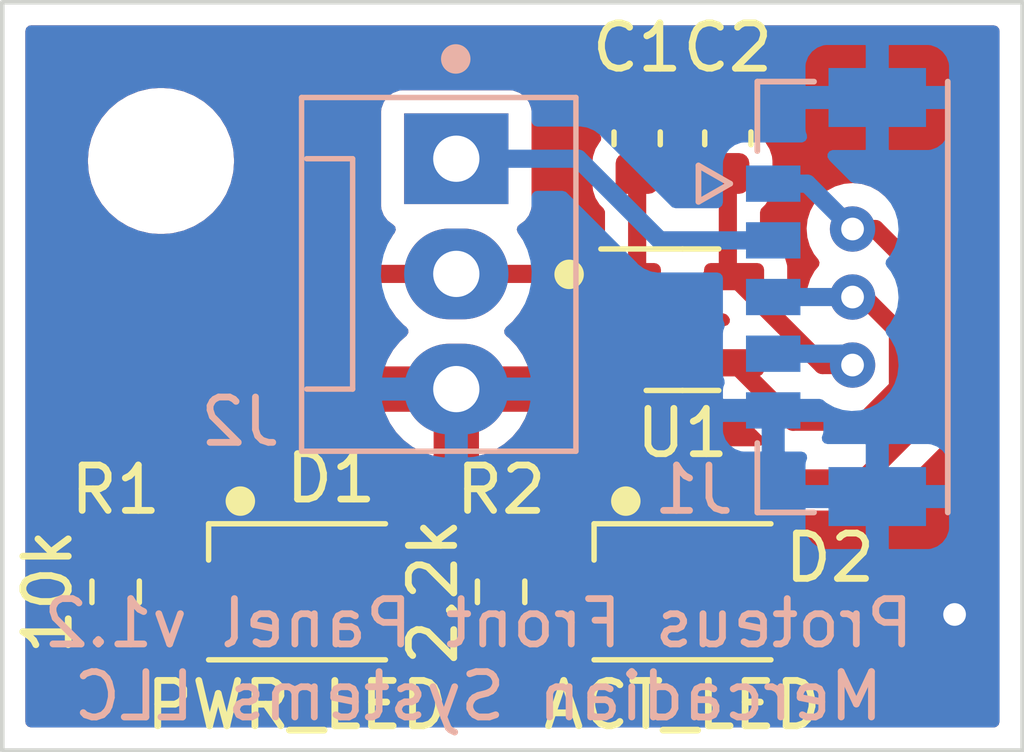
<source format=kicad_pcb>
(kicad_pcb (version 20211014) (generator pcbnew)
  (title_block (title "Proteus Indicator Board") (date "2023-05-03") (rev "v1.2") (company "Mercadian Systems LLC"))
  (layers (0 "F.Cu" signal) (31 "B.Cu" signal) (34 "B.Paste" user) (35 "F.Paste" user) (36 "B.SilkS" user "B.Silkscreen") (37 "F.SilkS" user "F.Silkscreen") (38 "B.Mask" user) (39 "F.Mask" user) (44 "Edge.Cuts" user))
  (net 0 "")
  (net 1 "Earth")
  (net 7 "/ACT_LED")
  (net 8 "/Fan_Tach")
  (net 9 "/3.3v")
  (net 10 "/5v")
  (net 11 "/5v_IN")
  (net 12 "Net-(D1-Pad2)")
  (net 13 "Net-(D2-Pad2)")
  (footprint "LED_SMD:LED_Cree-PLCC4_3.2x2.8mm_CCW" (layer "F.Cu") (at 145 101)
    (fp_text reference "D1" (at 0.75 -2.5) (layer "F.SilkS"))
    (fp_text value "PWR_LED" (at 0 2.5) (layer "F.SilkS"))
    (fp_line (start -1.95 -0.7) (end -1.95 -1.5) (layer "F.SilkS") (width 0.12))
    (fp_line (start -1.95 1.5) (end 1.95 1.5) (layer "F.SilkS") (width 0.12))
    (fp_line (start -1.95 -1.5) (end 1.95 -1.5) (layer "F.SilkS") (width 0.12))
    (pad "0" smd rect (at -1.25 -0.7) (size 1 0.8) (layers "F.Cu" "F.Paste" "F.Mask"))
    (pad "1" smd rect (at 1.25 -0.7) (size 1 0.8) (layers "F.Cu" "F.Paste" "F.Mask") (net 1 "Earth"))
    (pad "2" smd rect (at -1.25 0.7) (size 1 0.8) (layers "F.Cu" "F.Paste" "F.Mask") (net 12 "Net-(D1-Pad2)"))
    (pad "3" smd rect (at 1.25 0.7) (size 1 0.8) (layers "F.Cu" "F.Paste" "F.Mask"))
  )
  (footprint "Capacitor_SMD:C_0603_1608Metric" (layer "F.Cu") (at 154.5 91 90)
    (fp_text reference "C2" (at 2 0 180) (layer "F.SilkS"))
    (fp_text value "0.1uF" hide)
    (fp_line (start -0.14058 -0.51) (end 0.14058 -0.51) (layer "F.SilkS") (width 0.12))
    (fp_line (start -0.14058 0.51) (end 0.14058 0.51) (layer "F.SilkS") (width 0.12))
    (pad "1" smd roundrect (at -0.775 0 90) (size 0.9 0.95) (layers "F.Cu" "F.Paste" "F.Mask") (net 11 "/5v_IN"))
    (pad "2" smd roundrect (at 0.775 0 90) (size 0.9 0.95) (layers "F.Cu" "F.Paste" "F.Mask") (net 1 "Earth"))
  )
  (footprint "MountingHole:MountingHole_2.2mm_M2" (layer "F.Cu") (at 142 91.5)
    (fp_text reference "REF**" hide)
    (fp_text value "MountingHole_2.2mm_M2" hide)
    (pad "" np_thru_hole circle (at 0 0) (size 2.2 2.2) (drill 2.2) (layers *.Cu *.Mask))
  )
  (footprint "Package_TO_SOT_SMD:SOT-23-5" (layer "F.Cu") (at 153.5 95)
    (fp_text reference "U1" (at 0 2.5) (layer "F.SilkS"))
    (fp_text value "AP2171W" hide)
    (fp_line (start 0 -1.56) (end -1.8 -1.56) (layer "F.SilkS") (width 0.12))
    (fp_line (start 0 1.56) (end -0.8 1.56) (layer "F.SilkS") (width 0.12))
    (fp_line (start 0 1.56) (end 0.8 1.56) (layer "F.SilkS") (width 0.12))
    (fp_line (start 0 -1.56) (end 0.8 -1.56) (layer "F.SilkS") (width 0.12))
    (pad "1" smd roundrect (at -1.1375 -0.95) (size 1.325 0.6) (layers "F.Cu" "F.Paste" "F.Mask") (net 10 "/5v"))
    (pad "2" smd roundrect (at -1.1375 0) (size 1.325 0.6) (layers "F.Cu" "F.Paste" "F.Mask") (net 1 "Earth"))
    (pad "3" smd roundrect (at -1.1375 0.95) (size 1.325 0.6) (layers "F.Cu" "F.Paste" "F.Mask"))
    (pad "4" smd roundrect (at 1.1375 0.95) (size 1.325 0.6) (layers "F.Cu" "F.Paste" "F.Mask") (net 9 "/3.3v"))
    (pad "5" smd roundrect (at 1.1375 -0.95) (size 1.325 0.6) (layers "F.Cu" "F.Paste" "F.Mask") (net 11 "/5v_IN"))
  )
  (footprint "Capacitor_SMD:C_0603_1608Metric" (layer "F.Cu") (at 152.5 91 90)
    (fp_text reference "C1" (at 2 0) (layer "F.SilkS"))
    (fp_text value "0.1uF" hide)
    (fp_line (start -0.14058 0.51) (end 0.14058 0.51) (layer "F.SilkS") (width 0.12))
    (fp_line (start -0.14058 -0.51) (end 0.14058 -0.51) (layer "F.SilkS") (width 0.12))
    (pad "1" smd roundrect (at -0.775 0 90) (size 0.9 0.95) (layers "F.Cu" "F.Paste" "F.Mask") (net 10 "/5v"))
    (pad "2" smd roundrect (at 0.775 0 90) (size 0.9 0.95) (layers "F.Cu" "F.Paste" "F.Mask") (net 1 "Earth"))
  )
  (footprint "LED_SMD:LED_Cree-PLCC4_3.2x2.8mm_CCW" (layer "F.Cu") (at 153.5 101)
    (fp_text reference "D2" (at 3.25 -0.75) (layer "F.SilkS"))
    (fp_text value "ACT_LED" (at 0 2.5 180) (layer "F.SilkS"))
    (fp_line (start -1.95 -0.7) (end -1.95 -1.5) (layer "F.SilkS") (width 0.12))
    (fp_line (start -1.95 -1.5) (end 1.95 -1.5) (layer "F.SilkS") (width 0.12))
    (fp_line (start -1.95 1.5) (end 1.95 1.5) (layer "F.SilkS") (width 0.12))
    (pad "0" smd rect (at -1.25 -0.7) (size 1 0.8) (layers "F.Cu" "F.Paste" "F.Mask"))
    (pad "1" smd rect (at 1.25 -0.7) (size 1 0.8) (layers "F.Cu" "F.Paste" "F.Mask") (net 1 "Earth"))
    (pad "2" smd rect (at -1.25 0.7) (size 1 0.8) (layers "F.Cu" "F.Paste" "F.Mask") (net 13 "Net-(D2-Pad2)"))
    (pad "3" smd rect (at 1.25 0.7) (size 1 0.8) (layers "F.Cu" "F.Paste" "F.Mask"))
  )
  (footprint "Resistor_SMD:R_0603_1608Metric" (layer "F.Cu") (at 141 101 -90)
    (fp_text reference "R1" (at -2.25 0 180) (layer "F.SilkS"))
    (fp_text value "10k" (at 0 1.5 90) (layer "F.SilkS"))
    (fp_line (start -0.237258 0.5225) (end 0.237258 0.5225) (layer "F.SilkS") (width 0.12))
    (fp_line (start -0.237258 -0.5225) (end 0.237258 -0.5225) (layer "F.SilkS") (width 0.12))
    (pad "1" smd roundrect (at -0.825 0 270) (size 0.8 0.95) (layers "F.Cu" "F.Paste" "F.Mask") (net 10 "/5v"))
    (pad "2" smd roundrect (at 0.825 0 270) (size 0.8 0.95) (layers "F.Cu" "F.Paste" "F.Mask") (net 12 "Net-(D1-Pad2)"))
  )
  (footprint "Resistor_SMD:R_0603_1608Metric" (layer "F.Cu") (at 149.5 101 -90)
    (fp_text reference "R2" (at -2.25 0 180) (layer "F.SilkS"))
    (fp_text value "2.2k" (at 0 1.5 -90) (layer "F.SilkS"))
    (fp_line (start -0.237258 0.5225) (end 0.237258 0.5225) (layer "F.SilkS") (width 0.12))
    (fp_line (start -0.237258 -0.5225) (end 0.237258 -0.5225) (layer "F.SilkS") (width 0.12))
    (pad "1" smd roundrect (at -0.825 0 270) (size 0.8 0.95) (layers "F.Cu" "F.Paste" "F.Mask") (net 7 "/ACT_LED"))
    (pad "2" smd roundrect (at 0.825 0 270) (size 0.8 0.95) (layers "F.Cu" "F.Paste" "F.Mask") (net 13 "Net-(D2-Pad2)"))
  )
  (footprint "Connector:FanPinHeader_1x03_P2.54mm_Vertical" (layer "B.Cu") (at 147.75 91.45 -90)
    (fp_text reference "J2" (at 5.8 4 180) (layer "B.SilkS") (effects (justify mirror)))
    (fp_text value "640454-3" hide)
    (fp_line (start 6.45 -3.4) (end -1.35 -3.4) (layer "B.SilkS") (width 0.12))
    (fp_line (start 0 1.524) (end 5.08 1.524) (layer "B.SilkS") (width 0.12))
    (fp_line (start 0 1.527) (end 0 2.537) (layer "B.SilkS") (width 0.12))
    (fp_line (start 5.08 2.534) (end 5.08 1.524) (layer "B.SilkS") (width 0.12))
    (fp_line (start -1.35 2.65) (end 6.45 2.65) (layer "B.SilkS") (width 0.12))
    (fp_line (start 6.45 2.65) (end 6.45 -3.4) (layer "B.SilkS") (width 0.12))
    (fp_line (start -1.35 -3.4) (end -1.35 2.65) (layer "B.SilkS") (width 0.12))
    (pad "1" thru_hole rect (at 0 -0.762 180) (size 2.3 2) (drill 1.02) (layers *.Cu *.Mask) (net 8 "/Fan_Tach"))
    (pad "2" thru_hole oval (at 2.54 -0.762 180) (size 2.3 2) (drill 1.02) (layers *.Cu *.Mask) (net 10 "/5v"))
    (pad "3" thru_hole oval (at 5.08 -0.762 180) (size 2.3 2) (drill 1.02) (layers *.Cu *.Mask) (net 1 "Earth"))
  )
  (footprint "footprints:MOLEX_5055670571" (layer "B.Cu") (at 157.25 94.5 90)
    (fp_text reference "J1" (at -4.25 -3.5) (layer "B.SilkS") (effects (justify mirror)))
    (fp_text value "5055670571" hide)
    (fp_line (start 4.75 -2.1) (end 3.22 -2.1) (layer "B.SilkS") (width 0.127))
    (fp_line (start 2.1 -3.398) (end 2.9 -3.398) (layer "B.SilkS") (width 0.127))
    (fp_line (start 2.9 -3.398) (end 2.5 -2.698) (layer "B.SilkS") (width 0.127))
    (fp_line (start 2.5 -2.698) (end 2.1 -3.398) (layer "B.SilkS") (width 0.127))
    (fp_line (start 4.75 2.1) (end -4.75 2.1) (layer "B.SilkS") (width 0.127))
    (fp_line (start -3.22 -2.1) (end -4.75 -2.1) (layer "B.SilkS") (width 0.127))
    (fp_line (start 4.75 -0.85) (end 4.75 -2.1) (layer "B.SilkS") (width 0.127))
    (fp_line (start -4.75 -2.1) (end -4.75 -0.85) (layer "B.SilkS") (width 0.127))
    (pad "1" smd rect (at 2.5 -1.75 90) (size 0.8 1.2) (layers "B.Cu" "B.Paste") (net 7 "/ACT_LED"))
    (pad "2" smd rect (at 1.25 -1.75 90) (size 0.8 1.2) (layers "B.Cu" "B.Paste") (net 8 "/Fan_Tach"))
    (pad "3" smd rect (at 0 -1.75 90) (size 0.8 1.2) (layers "B.Cu" "B.Paste") (net 9 "/3.3v"))
    (pad "4" smd rect (at -1.25 -1.75 90) (size 0.8 1.2) (layers "B.Cu" "B.Paste") (net 11 "/5v_IN"))
    (pad "5" smd rect (at -2.5 -1.75 90) (size 0.8 1.2) (layers "B.Cu" "B.Paste") (net 1 "Earth"))
    (pad "S1" smd rect (at -4.4 0.545 90) (size 1.3 2.15) (layers "B.Cu" "B.Paste") (net 1 "Earth"))
    (pad "S2" smd rect (at 4.4 0.545 90) (size 1.3 2.15) (layers "B.Cu" "B.Paste") (net 1 "Earth"))
  )
  (gr_circle (center 148.5 89.25) (end 148.75 89.25) (layer "B.SilkS") (width 0.15) (fill solid))
  (gr_circle (center 143.75 99) (end 144 99) (layer "F.SilkS") (width 0.15) (fill solid))
  (gr_circle (center 152.25 99) (end 152.5 99) (layer "F.SilkS") (width 0.15) (fill solid))
  (gr_circle (center 151 94) (end 151.25 94) (layer "F.SilkS") (width 0.15) (fill solid))
  (gr_rect (start 138.5 88) (end 161 104.5) (layer "Edge.Cuts") (width 0.1) (fill none))
  (gr_text "Proteus Front Panel v1.2\nMercadian Systems LLC" (at 149 102.5) (layer "B.SilkS") (effects (font (size 1 1)) (justify mirror)))
  (via (at 159.5 101.5) (size 1) (drill 0.5) (layers "F.Cu" "B.Cu") (net 1))
  (segment (start 157.75 93) (end 159 94.25) (width 0.4) (layer "F.Cu") (net 7))
  (segment (start 150.5 98.5) (end 149.5 99.5) (width 0.4) (layer "F.Cu") (net 7))
  (segment (start 159 94.25) (end 159 97) (width 0.4) (layer "F.Cu") (net 7))
  (segment (start 157.25 93) (end 157.75 93) (width 0.4) (layer "F.Cu") (net 7))
  (segment (start 157.5 98.5) (end 150.5 98.5) (width 0.4) (layer "F.Cu") (net 7))
  (segment (start 149.5 99.5) (end 149.5 100.175) (width 0.4) (layer "F.Cu") (net 7))
  (segment (start 159 97) (end 157.5 98.5) (width 0.4) (layer "F.Cu") (net 7))
  (via (at 157.25 93) (size 1) (drill 0.5) (layers "F.Cu" "B.Cu") (net 7))
  (segment (start 156.25 92) (end 155.75 92) (width 0.4) (layer "B.Cu") (net 7))
  (segment (start 157.25 93) (end 156.25 92) (width 0.4) (layer "B.Cu") (net 7))
  (segment (start 151.2 91.45) (end 148.012 91.45) (width 0.4) (layer "B.Cu") (net 8))
  (segment (start 153 93.25) (end 155.75 93.25) (width 0.4) (layer "B.Cu") (net 8))
  (segment (start 153 93.25) (end 151.2 91.45) (width 0.4) (layer "B.Cu") (net 8))
  (segment (start 157.25 94.5) (end 157.5 94.5) (width 0.4) (layer "F.Cu") (net 9))
  (segment (start 158.25 95.25) (end 158.25 96.5) (width 0.4) (layer "F.Cu") (net 9))
  (segment (start 158.25 96.5) (end 157.5 97.25) (width 0.4) (layer "F.Cu") (net 9))
  (segment (start 155.9375 97.25) (end 154.6375 95.95) (width 0.4) (layer "F.Cu") (net 9))
  (segment (start 157.5 97.25) (end 155.9375 97.25) (width 0.4) (layer "F.Cu") (net 9))
  (segment (start 157.5 94.5) (end 158.25 95.25) (width 0.4) (layer "F.Cu") (net 9))
  (via (at 157.25 94.5) (size 1) (drill 0.5) (layers "F.Cu" "B.Cu") (net 9))
  (segment (start 155.75 94.5) (end 157.25 94.5) (width 0.4) (layer "B.Cu") (net 9))
  (segment (start 152.3625 94.05) (end 152.5 93.9125) (width 0.4) (layer "F.Cu") (net 10))
  (segment (start 152.5 93.9125) (end 152.5 91.775) (width 0.4) (layer "F.Cu") (net 10))
  (segment (start 146.01 93.99) (end 148.125 93.99) (width 0.4) (layer "F.Cu") (net 10))
  (segment (start 148.125 93.99) (end 151.8025 93.99) (width 0.4) (layer "F.Cu") (net 10))
  (segment (start 141 99) (end 146.01 93.99) (width 0.4) (layer "F.Cu") (net 10))
  (segment (start 141 100.175) (end 141 99) (width 0.4) (layer "F.Cu") (net 10))
  (segment (start 148.135 94) (end 148.125 93.99) (width 0.75) (layer "F.Cu") (net 10))
  (segment (start 154.5 93.9125) (end 154.5 91.775) (width 0.4) (layer "F.Cu") (net 11))
  (segment (start 157.25 96) (end 156.5875 96) (width 0.4) (layer "F.Cu") (net 11))
  (segment (start 154.6375 94.05) (end 154.1375 94.05) (width 0.4) (layer "F.Cu") (net 11))
  (segment (start 156.5875 96) (end 154.6375 94.05) (width 0.4) (layer "F.Cu") (net 11))
  (segment (start 154.6375 94.05) (end 154.5 93.9125) (width 0.4) (layer "F.Cu") (net 11))
  (via (at 157.25 96) (size 1) (drill 0.5) (layers "F.Cu" "B.Cu") (net 11))
  (segment (start 157.25 96) (end 157 95.75) (width 0.4) (layer "B.Cu") (net 11))
  (segment (start 157 95.75) (end 155.75 95.75) (width 0.4) (layer "B.Cu") (net 11))
  (segment (start 141 101.825) (end 143.625 101.825) (width 0.4) (layer "F.Cu") (net 12))
  (segment (start 149.5 101.825) (end 152.125 101.825) (width 0.4) (layer "F.Cu") (net 13))
  (zone (net 1) (net_name "Earth") (layer "F.Cu") (connect_pads (clearance 0.508)) (min_thickness 0.254) (fill yes (thermal_gap 0.508) (thermal_bridge_width 1))
    (polygon (pts (xy 161 104.5) (xy 138.5 104.5) (xy 138.5 88) (xy 161 88)))
  )
  (zone (net 1) (net_name "Earth") (layer "B.Cu") (connect_pads (clearance 0.508)) (min_thickness 0.254) (fill yes (thermal_gap 0.508) (thermal_bridge_width 0.508))
    (polygon (pts (xy 161 104.5) (xy 138.5 104.5) (xy 138.5 88) (xy 161 88)))
  )
)
</source>
